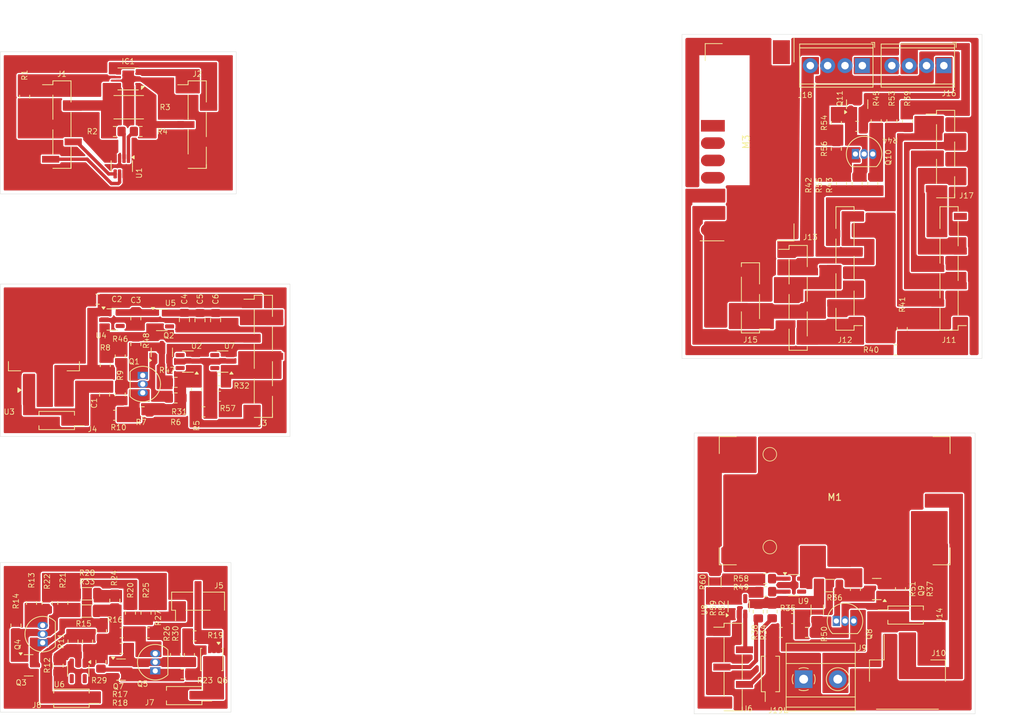
<source format=kicad_pcb>
(kicad_pcb (version 20241229) (generator "pcbnew") (generator_version "9.99")
  (layers (0 "F.Cu" signal) (2 "B.Cu" signal) (13 "F.Paste" user) (15 "B.Paste" user) (5 "F.SilkS" user "F.Silkscreen") (7 "B.SilkS" user "B.Silkscreen") (1 "F.Mask" user) (3 "B.Mask" user) (25 "Edge.Cuts" user))
  (net 0 "")
  (net 1 "Net-(IC1-SENSE+)")
  (net 2 "GND")
  (net 3 "Net-(IC1-SENSE-)")
  (net 4 "+3V3")
  (net 5 "Net-(U1-IN-)")
  (net 6 "Net-(U1-IN+)")
  (net 7 "Net-(IC1-SCL)")
  (net 8 "Net-(IC1-SDA)")
  (net 9 "Net-(J1-Pin_5)")
  (net 10 "Net-(J1-Pin_4)")
  (net 11 "+5V")
  (net 12 "/power_manager_bb/BALARM")
  (net 13 "+7.5V")
  (net 14 "Net-(Q1-B)")
  (net 15 "Net-(Q3-C)")
  (net 16 "Net-(Q3-B)")
  (net 18 "/power_switch_bbB/ONOFF")
  (net 19 "/power_switch_bbB/EN")
  (net 20 "/power_switch_bbB/RUNNING")
  (net 21 "/power_switch_bbB/VBUS")
  (net 22 "/power_switch_bbA/EN1")
  (net 23 "/power_switch_bbA/ONOFF")
  (net 24 "/power_switch_bbA/VBATT")
  (net 25 "GND2")
  (net 26 "+3V3_1")
  (net 27 "GND1")
  (net 28 "Net-(U4-VOUT)")
  (net 29 "Net-(Q1-E)")
  (net 30 "Net-(Q4-E)")
  (net 31 "Net-(Q5-C)")
  (net 32 "Net-(Q5-B)")
  (net 33 "Net-(Q5-E)")
  (net 34 "Net-(Q6-G)")
  (net 35 "Net-(U6-VDD)")
  (net 36 "Net-(U6-VOUT)")
  (net 37 "Net-(R21-Pad1)")
  (net 39 "Net-(R24-Pad1)")
  (net 40 "/battery_charger/VBUS1")
  (net 41 "GND3")
  (net 42 "+3V3_2")
  (net 43 "/battery_charger/EN2")
  (net 44 "Net-(J10-Pin_3)")
  (net 45 "Net-(J10-Pin_2)")
  (net 46 "/break_control/DCKI")
  (net 48 "/break_control/SDA")
  (net 49 "/break_control/SCL")
  (net 50 "/break_control/BALARM1")
  (net 51 "/break_control/RF SWITCH")
  (net 52 "/break_control/DI")
  (net 53 "/break_control/CHARGING1")
  (net 54 "GND4")
  (net 55 "/break_control/SERVO")
  (net 56 "/break_control/BUZZ")
  (net 57 "Net-(J12-Pin_6)")
  (net 58 "+5V_1")
  (net 59 "Net-(J14-Pin_2)")
  (net 60 "/battery_charger/CHARGED (GREEN)")
  (net 61 "/battery_charger/CHARGING (BLUE)")
  (net 62 "/break_control/BUTTON")
  (net 63 "/break_control/VEXT")
  (net 64 "/break_control/BUZZER")
  (net 65 "Net-(M1-Vin)")
  (net 66 "Net-(M1-LED)")
  (net 67 "Net-(Q1-C)")
  (net 68 "Net-(Q8-B)")
  (net 69 "Net-(Q8-C)")
  (net 70 "Net-(Q8-E)")
  (net 71 "Net-(Q10-C)")
  (net 72 "Net-(Q10-B)")
  (net 73 "Net-(Q10-E)")
  (net 74 "Net-(U2-VOUT)")
  (net 75 "Net-(U2-VDD)")
  (net 76 "Net-(R36-Pad1)")
  (net 77 "Net-(U9-EN)")
  (net 78 "Net-(U9-VDD)")
  (net 81 "+3V3_3")
  (net 82 "+7V5_1")
  (net 83 "Net-(U8-OUT)")
  (net 84 "/break_control/VBUS2")
  (net 87 "Net-(M3-D0)")
  (footprint "Resistor_SMD:R_0805_2012Metric_Pad1.20x1.40mm_HandSolder" (layer "F.Cu") (at 98.282 55.88 180)
    (property "Reference" "R4")
    (property "Value" "10" (hide yes))
  )
  (footprint "Resistor_SMD:R_0805_2012Metric_Pad1.20x1.40mm_HandSolder" (layer "F.Cu") (at 200.152 58.42 90)
    (property "Reference" "R56")
    (property "Value" "0R" (hide yes))
  )
  (footprint "Package_TO_SOT_THT:TO-92_Inline" (layer "F.Cu") (at 200.152 127.614)
    (property "Reference" "Q8")
    (property "Value" "BC337" (hide yes))
  )
  (footprint "Resistor_SMD:R_0805_2012Metric_Pad1.20x1.40mm_HandSolder" (layer "F.Cu") (at 109.758 92.39 180)
    (property "Reference" "R32")
    (property "Value" "10k" (hide yes))
  )
  (footprint "Capacitor_SMD:C_0805_2012Metric_Pad1.18x1.45mm_HandSolder" (layer "F.Cu") (at 106.964 83.5215 -90)
    (property "Reference" "C5")
    (property "Value" "22uF" (hide yes))
  )
  (footprint "Resistor_SMD:R_0805_2012Metric_Pad1.20x1.40mm_HandSolder" (layer "F.Cu") (at 106.456 93.66 -90)
    (property "Reference" "R5")
    (property "Value" "10k" (hide yes))
  )
  (footprint "Package_TO_SOT_SMD:SOT-23" (layer "F.Cu") (at 206.0725 122.936 180)
    (property "Reference" "Q9")
    (property "Value" "BC847" (hide yes))
  )
  (footprint "Resistor_SMD:R_1206_3216Metric" (layer "F.Cu") (at 199.136 122.428)
    (property "Reference" "R36")
    (property "Value" "0R" (hide yes))
  )
  (footprint "Resistor_SMD:R_0805_2012Metric_Pad1.20x1.40mm_HandSolder" (layer "F.Cu") (at 200.914 63.5 -90)
    (property "Reference" "R55")
    (property "Value" "4k2" (hide yes))
  )
  (footprint "Resistor_SMD:R_2512_6332Metric_Pad1.40x3.35mm_HandSolder" (layer "F.Cu") (at 96.52 52.324)
    (property "Reference" "R3")
    (property "Value" "001R" (hide yes))
  )
  (footprint "Resistor_SMD:R_0805_2012Metric_Pad1.20x1.40mm_HandSolder" (layer "F.Cu") (at 109.758 94.676)
    (property "Reference" "R57")
    (property "Value" "10k" (hide yes))
  )
  (footprint "Resistor_SMD:R_0805_2012Metric_Pad1.20x1.40mm_HandSolder" (layer "F.Cu") (at 88.366 130.611533 90)
    (property "Reference" "R11")
    (property "Value" "91k" (hide yes))
  )
  (footprint "Package_TO_SOT_SMD:SOT-23-5" (layer "F.Cu") (at 110.266 89.596 180)
    (property "Reference" "U7")
    (property "Value" "BD48ExxG" (hide yes))
  )
  (footprint "Resistor_SMD:R_0805_2012Metric_Pad1.20x1.40mm_HandSolder" (layer "F.Cu") (at 190.754 126.222 90)
    (property "Reference" "R52")
    (property "Value" "10k" (hide yes))
  )
  (footprint "Resistor_SMD:R_0805_2012Metric_Pad1.20x1.40mm_HandSolder" (layer "F.Cu") (at 106.172 129.794033 180)
    (property "Reference" "R19")
    (property "Value" "10k" (hide yes))
  )
  (footprint "Package_TO_SOT_SMD:SOT-23-5" (layer "F.Cu") (at 193.9345 122.362)
    (property "Reference" "U9")
    (property "Value" "MAX40200AUK" (hide yes))
  )
  (footprint "Resistor_SMD:R_0805_2012Metric_Pad1.20x1.40mm_HandSolder" (layer "F.Cu") (at 95.28 94.422 90)
    (property "Reference" "R9")
    (property "Value" "4k2" (hide yes))
  )
  (footprint "Package_TO_SOT_THT:TO-92_Inline" (layer "F.Cu") (at 98.582 91.628 -90)
    (property "Reference" "Q1")
    (property "Value" "BC337" (hide yes))
  )
  (footprint "Package_TO_SOT_SMD:SOT-23-5" (layer "F.Cu") (at 101.376 83.5)
    (property "Reference" "U5")
    (property "Value" "MAX40200AUK" (hide yes))
  )
  (footprint "Resistor_SMD:R_0805_2012Metric_Pad1.20x1.40mm_HandSolder" (layer "F.Cu") (at 209.804 84.82 -90)
    (property "Reference" "R41")
    (property "Value" "4k7" (hide yes))
  )
  (footprint "Connector_PinHeader_2.54mm:PinHeader_1x05_P2.54mm_Vertical_SMD_Pin1Left" (layer "F.Cu") (at 185.043 134.366)
    (property "Reference" "J6")
    (property "Value" "Conn_01x05" (hide yes))
  )
  (footprint "Resistor_SMD:R_0805_2012Metric_Pad1.20x1.40mm_HandSolder" (layer "F.Cu") (at 92.536 129.087533 -90)
    (property "Reference" "R16")
    (property "Value" "0R" (hide yes))
  )
  (footprint "Resistor_SMD:R_0805_2012Metric_Pad1.20x1.40mm_HandSolder" (layer "F.Cu") (at 203.2 63.5 90)
    (property "Reference" "R42")
    (property "Value" "4k2" (hide yes))
  )
  (footprint "Resistor_SMD:R_0805_2012Metric_Pad1.20x1.40mm_HandSolder" (layer "F.Cu") (at 94.488 124.622533 -90)
    (property "Reference" "R24")
    (property "Value" "0R" (hide yes))
  )
  (footprint "Resistor_SMD:R_0805_2012Metric_Pad1.20x1.40mm_HandSolder" (layer "F.Cu") (at 208.804 87.884 180)
    (property "Reference" "R40")
    (property "Value" "2k7" (hide yes))
  )
  (footprint "Resistor_SMD:R_0805_2012Metric_Pad1.20x1.40mm_HandSolder" (layer "F.Cu") (at 97.566 87.056 90)
    (property "Reference" "R48")
    (property "Value" "0R" (hide yes))
  )
  (footprint "Resistor_SMD:R_0805_2012Metric_Pad1.20x1.40mm_HandSolder" (layer "F.Cu") (at 86.868 124.968033 -90)
    (property "Reference" "R21")
    (property "Value" "4k2" (hide yes))
  )
  (footprint "Resistor_SMD:R_1206_3216Metric" (layer "F.Cu") (at 90.3625 126.162533)
    (property "Reference" "R33")
    (property "Value" "0R" (hide yes))
  )
  (footprint "Resistor_SMD:R_0805_2012Metric_Pad1.20x1.40mm_HandSolder" (layer "F.Cu") (at 193.802 127.254 180)
    (property "Reference" "R35")
    (property "Value" "4k2" (hide yes))
  )
  (footprint "Resistor_SMD:R_0805_2012Metric_Pad1.20x1.40mm_HandSolder" (layer "F.Cu") (at 205.994 54.356 -90)
    (property "Reference" "R45")
    (property "Value" "0R" (hide yes))
  )
  (footprint "Resistor_SMD:R_0805_2012Metric_Pad1.20x1.40mm_HandSolder" (layer "F.Cu") (at 94.48 55.88)
    (property "Reference" "R2")
    (property "Value" "10" (hide yes))
  )
  (footprint "chinese_modules:RF_controller" (layer "F.Cu") (at 187.452 57.404 90)
    (property "Reference" "M3")
    (property "Value" "~")
  )
  (footprint "Resistor_SMD:R_0805_2012Metric_Pad1.20x1.40mm_HandSolder" (layer "F.Cu") (at 90.504 130.611533 90)
    (property "Reference" "R15")
    (property "Value" "10k" (hide yes))
  )
  (footprint "Resistor_SMD:R_0805_2012Metric_Pad1.20x1.40mm_HandSolder" (layer "F.Cu") (at 105.41 132.588033 90)
    (property "Reference" "R30")
    (property "Value" "10k" (hide yes))
  )
  (footprint "Connector_PinHeader_2.54mm:PinHeader_2x01_P2.54mm_Vertical_SMD" (layer "F.Cu") (at 88.138 138.938033 180)
    (property "Reference" "J8")
    (property "Value" "Conn_01x02" (hide yes))
  )
  (footprint "Resistor_SMD:R_1206_3216Metric" (layer "F.Cu") (at 197.358 125.984 -90)
    (property "Reference" "R50")
    (property "Value" "0R" (hide yes))
  )
  (footprint "Resistor_SMD:R_0805_2012Metric_Pad1.20x1.40mm_HandSolder" (layer "F.Cu") (at 99.06 126.416533 90)
    (property "Reference" "R25")
    (property "Value" "0R" (hide yes))
  )
  (footprint "Resistor_SMD:R_0805_2012Metric_Pad1.20x1.40mm_HandSolder" (layer "F.Cu") (at 107.472 96.962)
    (property "Reference" "R31")
    (property "Value" "0R" (hide yes))
  )
  (footprint "Connector_PinHeader_2.54mm:PinHeader_1x03_P2.54mm_Vertical_SMD_Pin1Left" (layer "F.Cu") (at 106.68 124.714033 90)
    (property "Reference" "J5")
    (property "Value" "Conn_01x03" (hide yes))
  )
  (footprint "Resistor_SMD:R_0805_2012Metric_Pad1.20x1.40mm_HandSolder" (layer "F.Cu") (at 195.834 129.286)
    (property "Reference" "R34")
    (property "Value" "4k2" (hide yes))
  )
  (footprint "Capacitor_SMD:C_0805_2012Metric_Pad1.18x1.45mm_HandSolder" (layer "F.Cu") (at 109.25 83.5215 -90)
    (property "Reference" "C6")
    (property "Value" "22uF" (hide yes))
  )
  (footprint "Connector_PinHeader_2.54mm:PinHeader_1x06_P2.54mm_Vertical_SMD_Pin1Left" (layer "F.Cu") (at 194.564 80.264)
    (property "Reference" "J13")
    (property "Value" "Conn_01x06" (hide yes))
  )
  (footprint "Resistor_SMD:R_0805_2012Metric_Pad1.20x1.40mm_HandSolder" (layer "F.Cu") (at 82.296 124.968033 -90)
    (property "Reference" "R13")
    (property "Value" "0R" (hide yes))
  )
  (footprint "Resistor_SMD:R_0805_2012Metric_Pad1.20x1.40mm_HandSolder" (layer "F.Cu") (at 95.478 129.341533)
    (property "Reference" "R18")
    (property "Value" "4k2" (hide yes))
  )
  (footprint "Resistor_SMD:R_0805_2012Metric_Pad1.20x1.40mm_HandSolder" (layer "F.Cu") (at 86.186 134.167533 90)
    (property "Reference" "R12")
    (property "Value" "67k" (hide yes))
  )
  (footprint "Connector_PinHeader_2.54mm:PinHeader_1x05_P2.54mm_Vertical_SMD_Pin1Left" (layer "F.Cu") (at 86.745 54.864)
    (property "Reference" "J1")
    (property "Value" "Conn_01x05" (hide yes))
  )
  (footprint "Resistor_SMD:R_0805_2012Metric_Pad1.20x1.40mm_HandSolder" (layer "F.Cu") (at 209.55 122.936 -90)
    (property "Reference" "R37")
    (property "Value" "4k2" (hide yes))
  )
  (footprint "chinese_modules:USBC_charger" (layer "F.Cu") (at 199.912 109.982)
    (property "Reference" "M1")
    (property "Value" "~")
  )
  (footprint "Package_TO_SOT_SMD:TO-263-2" (layer "F.Cu") (at 84.104 86.131 90)
    (property "Reference" "U3")
    (property "Value" "L7805" (hide yes))
  )
  (footprint "Resistor_SMD:R_0805_2012Metric_Pad1.20x1.40mm_HandSolder" (layer "F.Cu") (at 192.024 129.286)
    (property "Reference" "R38")
    (property "Value" "0R" (hide yes))
  )
  (footprint "TerminalBlock_Phoenix:TerminalBlock_Phoenix_MPT-0,5-4-2.54_1x04_P2.54mm_Horizontal" (layer "F.Cu") (at 203.962 46.228 180)
    (property "Reference" "J18")
    (property "Value" "Screw_Terminal_01x04" (hide yes))
  )
  (footprint "Resistor_SMD:R_1206_3216Metric" (layer "F.Cu") (at 182.372 121.92 -90)
    (property "Reference" "R60")
    (property "Value" "0R" (hide yes))
  )
  (footprint "Package_DFN_QFN:DFN-8-1EP_3x3mm_P0.5mm_EP1.66x2.38mm" (layer "F.Cu") (at 96.435 48.173 180)
    (property "Reference" "IC1")
    (property "Value" "LTC2943IDD#TRPBF" (hide yes))
  )
  (footprint "TerminalBlock_Phoenix:TerminalBlock_Phoenix_MKDS-1,5-2_1x02_P5.00mm_Horizontal" (layer "F.Cu") (at 195.366 136.144)
    (property "Reference" "J9")
    (property "Value" "Screw_Terminal_01x02" (hide yes))
  )
  (footprint "Capacitor_SMD:C_0805_2012Metric_Pad1.18x1.45mm_HandSolder" (layer "F.Cu") (at 104.678 83.5 -90)
    (property "Reference" "C4")
    (property "Value" "22uF" (hide yes))
  )
  (footprint "Resistor_SMD:R_0805_2012Metric_Pad1.20x1.40mm_HandSolder" (layer "F.Cu") (at 210.566 54.356 -90)
    (property "Reference" "R39")
    (property "Value" "12k" (hide yes))
  )
  (footprint "Connector_PinHeader_2.54mm:PinHeader_1x05_P2.54mm_Vertical_SMD_Pin1Left" (layer "F.Cu") (at 216.154 59.182)
    (property "Reference" "J17")
    (property "Value" "Conn_01x05" (hide yes))
  )
  (footprint "TerminalBlock_Phoenix:TerminalBlock_Phoenix_MPT-0,5-4-2.54_1x04_P2.54mm_Horizontal" (layer "F.Cu") (at 215.9 46.228 180)
    (property "Reference" "J16")
    (property "Value" "Screw_Terminal_01x04" (hide yes))
  )
  (footprint "Resistor_SMD:R_1206_3216Metric" (layer "F.Cu") (at 90.424 123.622533)
    (property "Reference" "R28")
    (property "Value" "0R" (hide yes))
  )
  (footprint "Package_TO_SOT_SMD:SOT-23" (layer "F.Cu") (at 81.8665 134.112033)
    (property "Reference" "Q3")
    (property "Value" "BC847" (hide yes))
  )
  (footprint "Resistor_SMD:R_0805_2012Metric_Pad1.20x1.40mm_HandSolder" (layer "F.Cu") (at 200.152 54.626 -90)
    (property "Reference" "R54")
    (property "Value" "0R" (hide yes))
  )
  (footprint "Connector_PinHeader_2.54mm:PinHeader_1x04_P2.54mm_Vertical_SMD_Pin1Left" (layer "F.Cu") (at 187.575 80.264 180)
    (property "Reference" "J15")
    (property "Value" "Conn_01x04" (hide yes))
  )
  (footprint "Resistor_SMD:R_0805_2012Metric_Pad1.20x1.40mm_HandSolder" (layer "F.Cu") (at 104.394 135.382033)
    (property "Reference" "R23")
    (property "Value" "10k" (hide yes))
  )
  (footprint "Resistor_SMD:R_0805_2012Metric_Pad1.20x1.40mm_HandSolder" (layer "F.Cu") (at 84.582 124.968033 -90)
    (property "Reference" "R22")
    (property "Value" "4k2")
  )
  (footprint "Resistor_SMD:R_0805_2012Metric_Pad1.20x1.40mm_HandSolder" (layer "F.Cu") (at 94.518 97.47)
    (property "Reference" "R10")
    (property "Value" "0R" (hide yes))
  )
  (footprint "Capacitor_SMD:C_0805_2012Metric_Pad1.18x1.45mm_HandSolder" (layer "F.Cu") (at 97.566 83.246 -90)
    (property "Reference" "C3")
    (property "Value" "10uF" (hide yes))
  )
  (footprint "Connector_PinHeader_2.54mm:PinHeader_2x01_P2.54mm_Vertical_SMD" (layer "F.Cu") (at 85.979 98.232 180)
    (property "Reference" "J4")
    (property "Value" "Conn_01x02" (hide yes))
  )
  (footprint "Resistor_SMD:R_0805_2012Metric_Pad1.20x1.40mm_HandSolder" (layer "F.Cu") (at 202.946 122.936 -90)
    (property "Reference" "R51")
    (property "Value" "4k2" (hide yes))
  )
  (footprint "Package_TO_SOT_THT:TO-92_Inline" (layer "F.Cu") (at 83.926 130.810033 90)
    (property "Reference" "Q4")
    (property "Value" "BC337" (hide yes))
  )
  (footprint "Resistor_SMD:R_0805_2012Metric_Pad1.20x1.40mm_HandSolder" (layer "F.Cu") (at 81.288 50.784 90)
    (property "Reference" "R1")
    (property "Value" "10k" (hide yes))
  )
  (footprint "Package_TO_SOT_SMD:SOT-23-5" (layer "F.Cu") (at 105.186 89.596 180)
    (property "Reference" "U2")
    (property "Value" "BD48ExxG" (hide yes))
  )
  (footprint "Connector_PinSocket_2.54mm:PinSocket_1x07_P2.54mm_Vertical_SMD_Pin1Left" (layer "F.Cu") (at 216.662 75.946 180)
    (property "Reference" "J11")
    (property "Value" "Conn_01x07" (hide yes))
  )
  (footprint "Resistor_SMD:R_0805_2012Metric_Pad1.20x1.40mm_HandSolder" (layer "F.Cu") (at 103.408 92.644)
    (property "Reference" "R47")
    (property "Value" "0R" (hide yes))
  )
  (footprint "Package_TO_SOT_SMD:SOT-23" (layer "F.Cu") (at 101.376 88.2475 90)
    (property "Reference" "Q2")
    (property "Value" "BC847" (hide yes))
  )
  (footprint "Package_TO_SOT_SMD:SOT-23-5" (layer "F.Cu") (at 89.128 134.929533 -90)
    (property "Reference" "U6")
    (property "Value" "BD48ExxG" (hide yes))
  )
  (footprint "Resistor_SMD:R_0805_2012Metric_Pad1.20x1.40mm_HandSolder" (layer "F.Cu") (at 92.456 133.604033 -90)
    (property "Reference" "R29")
    (property "Value" "4k2" (hide yes))
  )
  (footprint "Connector_JST:JST_XH_S3B-XH-SM4-TB_1x03-1MP_P2.50mm_Horizontal" (layer "F.Cu") (at 210.566 135.128)
    (property "Reference" "J10")
    (property "Value" "Conn_01x03_MountingPin" (hide yes))
  )
  (footprint "Resistor_SMD:R_0805_2012Metric_Pad1.20x1.40mm_HandSolder" (layer "F.Cu") (at 189.754 123.317)
    (property "Reference" "R49")
    (property "Value" "10k" (hide yes))
  )
  (footprint "Resistor_SMD:R_0805_2012Metric_Pad1.20x1.40mm_HandSolder" (layer "F.Cu") (at 95.28 88.834 90)
    (property "Reference" "R46")
    (property "Value" "0R" (hide yes))
  )
  (footprint "Resistor_SMD:R_0805_2012Metric_Pad1.20x1.40mm_HandSolder" (layer "F.Cu") (at 103.378 132.588033 -90)
    (property "Reference" "R26")
    (property "Value" "4k2" (hide yes))
  )
  (footprint "Resistor_SMD:R_0805_2012Metric_Pad1.20x1.40mm_HandSolder" (layer "F.Cu") (at 205.486 63.5 90)
    (property "Reference" "R43")
    (property "Value" "4k2" (hide yes))
  )
  (footprint "Capacitor_SMD:C_0805_2012Metric_Pad1.18x1.45mm_HandSolder" (layer "F.Cu") (at 92.994 94.422 -90)
    (property "Reference" "C1")
    (property "Value" "0.1uF" (hide yes))
  )
  (footprint "Resistor_SMD:R_0805_2012Metric_Pad1.20x1.40mm_HandSolder" (layer "F.Cu") (at 189.738 121.412)
    (property "Reference" "R58")
    (property "Value" "200R" (hide yes))
  )
  (footprint "Capacitor_SMD:C_0805_2012Metric_Pad1.18x1.45mm_HandSolder" (layer "F.Cu") (at 91.978 80.452 180)
    (property "Reference" "C2")
    (property "Value" "0.1uF" (hide yes))
  )
  (footprint "Resistor_SMD:R_0805_2012Metric_Pad1.20x1.40mm_HandSolder" (layer "F.Cu") (at 95.478 131.627533)
    (property "Reference" "R17")
    (property "Value" "4k2" (hide yes))
  )
  (footprint "Package_TO_SOT_SMD:SOT-23-5" (layer "F.Cu") (at 185.8615 125.476 90)
    (property "Reference" "U8")
    (property "Value" "MAX40200AUK" (hide yes))
  )
  (footprint "Package_SO:Vishay_PowerPAK_1212-8_Single" (layer "F.Cu") (at 108.686 133.261033 -90)
    (property "Reference" "Q6")
    (property "Value" "SiS415DNT" (hide yes))
  )
  (footprint "Resistor_SMD:R_0805_2012Metric_Pad1.20x1.40mm_HandSolder" (layer "F.Cu") (at 80.01 128.270033 -90)
    (property "Reference" "R14")
    (property "Value" "4k2" (hide yes))
  )
  (footprint "Connector_PinHeader_2.54mm:PinHeader_2x01_P2.54mm_Vertical_SMD" (layer "F.Cu") (at 210.297 126.746)
    (property "Reference" "J14")
    (property "Value" "Conn_01x02" (hide yes))
  )
  (footprint "Package_TO_SOT_SMD:SOT-23-8" (layer "F.Cu") (at 95.512 60.96 -90)
    (property "Reference" "U1")
    (property "Value" "INA219BxDCN" (hide yes))
  )
  (footprint "Connector_PinHeader_2.54mm:PinHeader_1x07_P2.54mm_Vertical_SMD_Pin1Left" (layer "F.Cu") (at 116.239 88.834)
    (property "Reference" "J3")
    (property "Value" "Conn_01x07" (hide yes))
  )
  (footprint "Package_TO_SOT_THT:TO-92_Inline" (layer "F.Cu") (at 202.946 59.182)
    (property "Reference" "Q10")
    (property "Value" "BC337" (hide yes))
  )
  (footprint "Resistor_SMD:R_0805_2012Metric_Pad1.20x1.40mm_HandSolder" (layer "F.Cu") (at 203.2 55.118 180)
    (property "Reference" "R44")
    (property "Value" "4k2" (hide yes))
  )
  (footprint "Resistor_SMD:R_0805_2012Metric_Pad1.20x1.40mm_HandSolder" (layer "F.Cu") (at 208.28 54.372 90)
    (property "Reference" "R53")
    (property "Value" "4k7" (hide yes))
  )
  (footprint "Package_TO_SOT_SMD:SOT-23" (layer "F.Cu") (at 203.2 51.8785 90)
    (property "Reference" "Q11")
    (property "Value" "BC847" (hide yes))
  )
  (footprint "Package_TO_SOT_THT:TO-92_Inline" (layer "F.Cu") (at 100.41 134.929533 90)
    (property "Reference" "Q5")
    (property "Value" "BC337" (hide yes))
  )
  (footprint "Resistor_SMD:R_0805_2012Metric_Pad1.20x1.40mm_HandSolder" (layer "F.Cu") (at 96.774 126.416533 90)
    (property "Reference" "R20")
    (property "Value" "0R" (hide yes))
  )
  (footprint "Resistor_SMD:R_0805_2012Metric_Pad1.20x1.40mm_HandSolder" (layer "F.Cu") (at 99.33 129.341533 180)
    (property "Reference" "R27")
    (property "Value" "0R" (hide yes))
  )
  (footprint "Connector_PinHeader_2.54mm:PinHeader_2x01_P2.54mm_Vertical_SMD" (layer "F.Cu") (at 104.648 138.553033 180)
    (property "Reference" "J7")
    (property "Value" "Conn_01x02" (hide yes))
  )
  (footprint "Resistor_SMD:R_0805_2012Metric_Pad1.20x1.40mm_HandSolder" (layer "F.Cu") (at 98.582 96.962 180)
    (property "Reference" "R7")
    (property "Value" "0R" (hide yes))
  )
  (footprint "Connector_PinSocket_2.54mm:PinSocket_1x07_P2.54mm_Vertical_SMD_Pin1Left" (layer "F.Cu") (at 201.422 75.946 180)
    (property "Reference" "J12")
    (property "Value" "Conn_01x07" (hide yes))
  )
  (footprint "Package_TO_SOT_SMD:SOT-23" (layer "F.Cu") (at 95.3995 134.741533)
    (property "Reference" "Q7")
    (property "Value" "BC847" (hide yes))
  )
  (footprint "Connector_PinHeader_2.54mm:PinHeader_1x05_P2.54mm_Vertical_SMD_Pin1Left" (layer "F.Cu") (at 106.557 54.864)
    (property "Reference" "J2")
    (property "Value" "Conn_01x05" (hide yes))
  )
  (footprint "Resistor_SMD:R_0805_2012Metric_Pad1.20x1.40mm_HandSolder" (layer "F.Cu") (at 103.408 94.93 180)
    (property "Reference" "R6")
    (property "Value" "0R" (hide yes))
  )
  (footprint "Resistor_SMD:R_0805_2012Metric_Pad1.20x1.40mm_HandSolder" (layer "F.Cu") (at 188.722 126.238 -90)
    (property "Reference" "R59")
    (property "Value" "200R" (hide yes))
  )
  (footprint "Connector_PinHeader_2.54mm:PinHeader_2x01_P2.54mm_Vertical_SMD" (layer "F.Cu") (at 190.5 135.382 90)
    (property "Reference" "J19")
    (property "Value" "Conn_01x02" (hide yes))
  )
  (footprint "Package_TO_SOT_SMD:SOT-23-5" (layer "F.Cu") (at 94.1315 83.434)
    (property "Reference" "U4")
    (property "Value" "XC6220B331MR" (hide yes))
  )
  (footprint "Resistor_SMD:R_0805_2012Metric_Pad1.20x1.40mm_HandSolder" (layer "F.Cu") (at 93.091 90.12 -90)
    (property "Reference" "R8")
    (property "Value" "10k" (hide yes))
  )
  (gr_rect (start 77.724 44.196) (end 112.268 65.024) (stroke (width 0.05)) (fill no) (layer "Edge.Cuts"))
  (gr_rect (start 77.724 119.050533) (end 111.506 140.970033) (stroke (width 0.05)) (fill no) (layer "Edge.Cuts"))
  (gr_rect (start 179.324 100.076) (end 220.472 141.224) (stroke (width 0.05)) (fill no) (layer "Edge.Cuts"))
  (gr_rect (start 177.546 41.656) (end 221.488 89.154) (stroke (width 0.05)) (fill no) (layer "Edge.Cuts"))
  (gr_rect (start 77.724 78.232) (end 120.142 100.584) (stroke (width 0.05)) (fill no) (layer "Edge.Cuts"))
  (segment (start 97.835 47.923) (end 96.685 47.923) (width 0.25) (layer "F.Cu") (net 2))
  (segment (start 96.185 48.423) (end 96.435 48.173) (width 0.25) (layer "F.Cu") (net 2))
  (segment (start 97.835 48.423) (end 96.685 48.423) (width 0.25) (layer "F.Cu") (net 2))
  (segment (start 96.685 48.423) (end 96.435 48.173) (width 0.25) (layer "F.Cu") (net 2))
  (segment (start 95.035 48.423) (end 96.185 48.423) (width 0.25) (layer "F.Cu") (net 2))
  (segment (start 96.685 47.923) (end 96.435 48.173) (width 0.25) (layer "F.Cu") (net 2))
  (segment (start 95.035 48.423) (end 94.016 48.423) (width 0.25) (layer "F.Cu") (net 2))
  (segment (start 95.035 48.923) (end 93.833 48.923) (width 0.2) (layer "F.Cu") (net 3))
  (segment (start 93.833 48.923) (end 93.478 49.278) (width 0.2) (layer "F.Cu") (net 3))
  (segment (start 93.478 49.278) (end 93.478 52.324) (width 0.2) (layer "F.Cu") (net 3))
  (segment (start 95.837 59.8225) (end 95.837 56.237) (width 0.5) (layer "F.Cu") (net 5))
  (segment (start 95.837 56.237) (end 95.48 55.88) (width 0.5) (layer "F.Cu") (net 5))
  (segment (start 96.487 56.675) (end 97.282 55.88) (width 0.5) (layer "F.Cu") (net 6))
  (segment (start 96.487 59.8225) (end 96.487 56.675) (width 0.5) (layer "F.Cu") (net 6))
  (segment (start 97.835 47.423) (end 104.573 47.423) (width 0.25) (layer "F.Cu") (net 7))
  (segment (start 104.648 49.53) (end 104.902 49.784) (width 0.25) (layer "F.Cu") (net 7))
  (segment (start 104.573 47.423) (end 104.648 47.498) (width 0.25) (layer "F.Cu") (net 7))
  (segment (start 104.648 47.498) (end 104.648 49.53) (width 0.25) (layer "F.Cu") (net 7))
  (segment (start 93.988 63.5) (end 90.432 59.944) (width 0.5) (layer "F.Cu") (net 9))
  (segment (start 95.187 63.317) (end 95.004 63.5) (width 0.5) (layer "F.Cu") (net 9))
  (segment (start 90.432 59.944) (end 85.09 59.944) (width 0.5) (layer "F.Cu") (net 9))
  (segment (start 95.187 62.0975) (end 95.187 63.317) (width 0.5) (layer "F.Cu") (net 9))
  (segment (start 95.004 63.5) (end 93.988 63.5) (width 0.5) (layer "F.Cu") (net 9))
  (segment (start 88.908 57.404) (end 93.6015 62.0975) (width 0.5) (layer "F.Cu") (net 10))
  (segment (start 88.4 57.404) (end 88.908 57.404) (width 0.5) (layer "F.Cu") (net 10))
  (segment (start 93.6015 62.0975) (end 94.537 62.0975) (width 0.5) (layer "F.Cu") (net 10))
  (segment (start 95.035 47.923) (end 86.705 47.923) (width 0.25) (layer "F.Cu") (net 12))
  (segment (start 85.098 49.53) (end 84.713 49.53) (width 0.25) (layer "F.Cu") (net 12))
  (segment (start 86.705 47.923) (end 85.098 49.53) (width 0.25) (layer "F.Cu") (net 12))
  (segment (start 92.5935 134.741533) (end 92.456 134.604033) (width 0.6) (layer "F.Cu") (net 31))
  (segment (start 96.337 134.741533) (end 92.5935 134.741533) (width 0.6) (layer "F.Cu") (net 31))
  (segment (start 189.2935 128.7145) (end 190.754 127.254) (width 0.6) (layer "F.Cu") (net 42))
  (segment (start 189.2935 135.1915) (end 189.2935 128.7145) (width 0.6) (layer "F.Cu") (net 42))
  (segment (start 186.698 136.906) (end 187.579 136.906) (width 0.6) (layer "F.Cu") (net 42))
  (segment (start 190.754 127.254) (end 190.754 127.222) (width 0.6) (layer "F.Cu") (net 42))
  (segment (start 187.579 136.906) (end 189.2935 135.1915) (width 0.6) (layer "F.Cu") (net 42))
  (segment (start 186.8115 131.7125) (end 186.698 131.826) (width 0.6) (layer "F.Cu") (net 43))
  (segment (start 186.8115 126.6135) (end 186.8115 131.7125) (width 0.6) (layer "F.Cu") (net 43))
  (segment (start 183.388 134.366) (end 187.452 134.366) (width 0.6) (layer "F.Cu") (net 61))
  (segment (start 187.452 134.366) (end 188.403 133.415) (width 0.6) (layer "F.Cu") (net 61))
  (segment (start 188.403 127.557) (end 188.722 127.238) (width 0.6) (layer "F.Cu") (net 61))
  (segment (start 188.403 133.415) (end 188.403 127.557) (width 0.6) (layer "F.Cu") (net 61))
  (segment (start 190.759 123.312) (end 190.754 123.317) (width 0.6) (layer "F.Cu") (net 77))
  (segment (start 192.797 123.312) (end 190.759 123.312) (width 0.6) (layer "F.Cu") (net 77))
  (segment (start 192.797 121.412) (end 190.738 121.412) (width 0.6) (layer "F.Cu") (net 78))
  (zone (net 31) (net_name "Net-(Q5-C)") (layer "F.Cu") (priority 4) (connect_pads yes (clearance 0.2)) (min_thickness 0.25) (fill yes (thermal_gap 0.5) (thermal_bridge_width 0.5))
    (polygon (pts (xy 95.25 134.620033) (xy 104.648 134.620033) (xy 104.648 136.453533) (xy 95.25 136.453533)))
  )
  (zone (net 37) (net_name "Net-(R21-Pad1)") (layer "F.Cu") (priority 16) (connect_pads yes (clearance 0.2)) (min_thickness 0.25) (fill yes (thermal_gap 0.5) (thermal_bridge_width 0.5))
    (polygon (pts (xy 83.82 120.574533) (xy 83.82 124.892533) (xy 89.662 124.892533) (xy 89.662 121.590533) (xy 97.79 121.590533) (xy 97.79 126.238033) (xy 102.108 126.238033) (xy 102.108 120.574533)))
  )
  (zone (net 8) (net_name "Net-(IC1-SDA)") (layer "F.Cu") (priority 4) (connect_pads yes (clearance 0.2)) (min_thickness 0.25) (fill yes (thermal_gap 0.5) (thermal_bridge_width 0.5))
    (polygon (pts (xy 95.512 47.498) (xy 93.607 47.498) (xy 93.607 45.72) (xy 109.482 45.72) (xy 109.482 52.832) (xy 106.942 52.832) (xy 106.942 46.736) (xy 95.512 46.736)))
  )
  (zone (net 53) (net_name "/break_control/CHARGING1") (layer "F.Cu") (priority 57) (connect_pads yes (clearance 0.2)) (min_thickness 0.25) (fill yes (thermal_gap 0.5) (thermal_bridge_width 0.5))
    (polygon (pts (xy 197.612 75.438) (xy 200.914 75.438) (xy 200.914 77.724) (xy 200.914 78.994) (xy 195.326 78.994) (xy 195.326 81.026) (xy 191.008 81.026) (xy 191.008 77.216) (xy 197.612 77.216)))
  )
  (zone (net 15) (net_name "Net-(Q3-C)") (layer "F.Cu") (priority 20) (connect_pads yes (clearance 0.2)) (min_thickness 0.25) (fill yes (thermal_gap 0.5) (thermal_bridge_width 0.5))
    (polygon (pts (xy 97.79 121.590533) (xy 89.662 121.590533) (xy 89.662 127.254033) (xy 86.36 127.254033) (xy 86.36 129.032033) (xy 85.09 130.048033) (xy 82.042 130.048033) (xy 82.042 134.366033) (xy 83.566 134.366033) (xy 83.566 132.334033) (xy 87.376 129.476533) (xy 87.376 128.778033) (xy 91.44 128.778033) (xy 91.44 129.286033) (xy 93.472 129.286083) (xy 93.472 127.178533) (xy 91.186 127.178533) (xy 91.186 122.860533) (xy 95.758 122.860533) (xy 95.758 125.984033) (xy 97.79 125.984033)))
  )
  (zone (net 64) (net_name "/break_control/BUZZER") (layer "F.Cu") (priority 27) (connect_pads yes (clearance 0.2)) (min_thickness 0.25) (fill yes (thermal_gap 0.5) (thermal_bridge_width 0.5))
    (polygon (pts (xy 201.168 58.166) (xy 201.168 54.864) (xy 199.136 54.864) (xy 199.136 52.07) (xy 203.962 52.07) (xy 203.962 50.038) (xy 217.17 50.038) (xy 217.17 44.958) (xy 214.63 44.958) (xy 214.63 49.022) (xy 197.104 49.022) (xy 197.104 58.166)))
  )
  (zone (net 81) (net_name "+3V3_3") (layer "F.Cu") (priority 56) (connect_pads yes (clearance 0.2)) (min_thickness 0.25) (fill yes (thermal_gap 0.5) (thermal_bridge_width 0.5))
    (polygon (pts (xy 191.008 84.836) (xy 191.008 83.312) (xy 198.628 83.312) (xy 198.628 80.264) (xy 204.216 80.264) (xy 204.216 77.724) (xy 200.914 77.724) (xy 200.914 78.994) (xy 195.326 78.994) (xy 195.326 81.026) (xy 184.404 81.026) (xy 184.404 84.836)))
  )
  (zone (net 33) (net_name "Net-(Q5-E)") (layer "F.Cu") (priority 6) (connect_pads yes (clearance 0.2)) (min_thickness 0.25) (fill yes (thermal_gap 0.5) (thermal_bridge_width 0.5))
    (polygon (pts (xy 95.478 130.611533) (xy 95.478 128.325533) (xy 99.034 128.325533) (xy 99.034 130.611533) (xy 101.32 130.611533) (xy 101.32 132.897533) (xy 97.51 132.897533) (xy 97.51 130.611533)))
  )
  (zone (net 82) (net_name "+7V5_1") (layer "F.Cu") (priority 30) (connect_pads yes (clearance 0.2)) (min_thickness 0.25) (fill yes (thermal_gap 0.5) (thermal_bridge_width 0.5))
    (polygon (pts (xy 196.85 47.498) (xy 197.612 47.498) (xy 197.612 44.958) (xy 195.072 44.958) (xy 194.829441 71.882) (xy 191.516 71.882) (xy 191.516 74.422) (xy 196.85 74.422)))
  )
  (zone (net 13) (net_name "+7.5V") (layer "F.Cu") (priority 3) (connect_pads yes (clearance 0.2)) (min_thickness 0.25) (fill yes (thermal_gap 0.5) (thermal_bridge_width 0.5))
    (polygon (pts (xy 105.41 139.116533) (xy 105.41 137.846533) (xy 107.416 137.846533) (xy 107.416 132.766533) (xy 110.464 132.766533) (xy 110.49 139.116533)))
  )
  (zone (net 48) (net_name "/break_control/SDA") (layer "F.Cu") (priority 50) (connect_pads yes (clearance 0.2)) (min_thickness 0.25) (fill yes (thermal_gap 0.5) (thermal_bridge_width 0.5))
    (polygon (pts (xy 219.202 61.214) (xy 212.09 61.214) (xy 212.09 73.914) (xy 219.202 73.914) (xy 219.202 71.374) (xy 213.36 71.374) (xy 213.36 63.754) (xy 219.202 63.754)))
  )
  (zone (net 20) (net_name "/power_switch_bbB/RUNNING") (layer "F.Cu") (priority 6) (connect_pads yes (clearance 0.2)) (min_thickness 0.25) (fill yes (thermal_gap 0.5) (thermal_bridge_width 0.5))
    (polygon (pts (xy 93.756 85.278) (xy 99.09 85.278) (xy 99.09 84.008) (xy 103.154 84.008) (xy 103.154 85.532113) (xy 115.854 85.533058) (xy 115.854 86.801883) (xy 96.550006 86.801701) (xy 96.55 89.789) (xy 92.232 89.789) (xy 92.232 84.008) (xy 93.756 84.008)))
  )
  (zone (net 23) (net_name "/power_switch_bbA/ONOFF") (layer "F.Cu") (priority 20) (connect_pads yes (clearance 0.2)) (min_thickness 0.25) (fill yes (thermal_gap 0.5) (thermal_bridge_width 0.5))
    (polygon (pts (xy 87.376 128.778033) (xy 87.376 129.476533) (xy 83.566 132.334033) (xy 83.566 139.700033) (xy 92.456 139.700033) (xy 92.456 137.922033) (xy 85.344 137.922033) (xy 85.344 132.334033) (xy 87.376 130.810033) (xy 91.694 130.810033) (xy 91.694 128.778033)))
  )
  (zone (net 56) (net_name "/break_control/BUZZ") (layer "F.Cu") (priority 33) (connect_pads yes (clearance 0.2)) (min_thickness 0.25) (fill yes (thermal_gap 0.5) (thermal_bridge_width 0.5))
    (polygon (pts (xy 207.264 63.754) (xy 197.104 63.754) (xy 197.104 74.422) (xy 204.216 74.422) (xy 204.216 72.644) (xy 198.374 72.644) (xy 198.374 65.532) (xy 207.264 65.532)))
  )
  (zone (net 40) (net_name "/battery_charger/VBUS1") (layer "F.Cu") (priority 45) (connect_pads yes (clearance 0.2)) (min_thickness 0.25) (fill yes (thermal_gap 0.5) (thermal_bridge_width 0.5))
    (polygon (pts (xy 184.658 129.794) (xy 181.102 129.794) (xy 181.102 125.73) (xy 185.42 125.73) (xy 185.42 127.508) (xy 184.658 127.508)))
  )
  (zone (net 16) (net_name "Net-(Q3-B)") (layer "F.Cu") (priority 19) (connect_pads yes (clearance 0.2)) (min_thickness 0.25) (fill yes (thermal_gap 0.5) (thermal_bridge_width 0.5))
    (polygon (pts (xy 82.804 130.048033) (xy 82.804 133.604033) (xy 79.248 133.604033) (xy 79.248 128.778033) (xy 84.836 128.778033) (xy 84.836 124.968033) (xy 89.662 124.968033) (xy 89.662 127.254033) (xy 86.36 127.254033) (xy 86.36 130.048033)))
  )
  (zone (net 52) (net_name "/break_control/DI") (layer "F.Cu") (priority 48) (connect_pads yes (clearance 0.2)) (min_thickness 0.25) (fill yes (thermal_gap 0.5) (thermal_bridge_width 0.5))
    (polygon (pts (xy 215.9 56.134) (xy 215.9 57.404) (xy 210.058 57.404) (xy 210.058 78.994) (xy 219.202 78.994) (xy 219.202 76.454) (xy 211.074 76.454) (xy 211.074 58.674) (xy 219.202 58.674) (xy 219.202 56.134)))
  )
  (zone (net 55) (net_name "/break_control/SERVO") (layer "F.Cu") (priority 54) (connect_pads yes (clearance 0.2)) (min_thickness 0.25) (fill yes (thermal_gap 0.5) (thermal_bridge_width 0.5))
    (polygon (pts (xy 191.516 76.962) (xy 191.516 74.422) (xy 204.216 74.422) (xy 204.216 72.644) (xy 200.914 72.644) (xy 200.914 67.564) (xy 204.216 67.564) (xy 204.216 69.088) (xy 202.184 69.088) (xy 202.184 71.628) (xy 205.74 71.628) (xy 205.74 75.438) (xy 197.612 75.438) (xy 197.612 76.962)))
  )
  (zone (net 27) (net_name "GND1") (layer "F.Cu") (connect_pads yes (clearance 0.2)) (min_thickness 0.25) (fill yes (thermal_gap 0.5) (thermal_bridge_width 0.5))
    (polygon (pts (xy 77.724 119.050533) (xy 77.724 140.97) (xy 111.506 140.97218) (xy 111.506 119.050533)))
  )
  (zone (net 7) (net_name "Net-(IC1-SCL)") (layer "F.Cu") (priority 5) (connect_pads yes (clearance 0.2)) (min_thickness 0.25) (fill yes (thermal_gap 0.5) (thermal_bridge_width 0.5))
    (polygon (pts (xy 106.942 50.292) (xy 103.386 50.292) (xy 103.386 47.752) (xy 97.544 47.752) (xy 97.544 46.736) (xy 106.942 46.736)))
  )
  (zone (net 76) (net_name "Net-(R36-Pad1)") (layer "F.Cu") (priority 41) (connect_pads yes (clearance 0.2)) (min_thickness 0.25) (fill yes (thermal_gap 0.5) (thermal_bridge_width 0.5))
    (polygon (pts (xy 196.85 123.952) (xy 187.198 123.952) (xy 187.198 125.73) (xy 198.374 125.73) (xy 198.374 121.412) (xy 196.85 121.412)))
  )
  (zone (net 21) (net_name "/power_switch_bbB/VBUS") (layer "F.Cu") (priority 8) (connect_pads yes (clearance 0.2)) (min_thickness 0.25) (fill yes (thermal_gap 0.5) (thermal_bridge_width 0.5))
    (polygon (pts (xy 105.44 97.978) (xy 105.44 99.248) (xy 115.854 99.248) (xy 115.854 95.946) (xy 113.314 95.946) (xy 113.314 97.978) (xy 107.218 97.978) (xy 107.218 93.914) (xy 105.44 93.914)))
  )
  (zone (net 34) (net_name "Net-(Q6-G)") (layer "F.Cu") (priority 2) (connect_pads yes (clearance 0.2)) (min_thickness 0.25) (fill yes (thermal_gap 0.5) (thermal_bridge_width 0.5))
    (polygon (pts (xy 104.368 136.322533) (xy 107.924 136.322533) (xy 107.924 128.702533) (xy 104.368 128.702533)))
  )
  (zone (net 19) (net_name "/power_switch_bbB/EN") (layer "F.Cu") (priority 23) (connect_pads yes (clearance 0.2)) (min_thickness 0.25) (fill yes (thermal_gap 0.5) (thermal_bridge_width 0.5))
    (polygon (pts (xy 112.552 90.104) (xy 112.552 88.072) (xy 118.902 88.072) (xy 118.902 92.136) (xy 111.536 92.136) (xy 111.536 93.406) (xy 110.012 93.406) (xy 110.012 90.104)))
  )
  (zone (net 67) (net_name "Net-(Q1-C)") (layer "F.Cu") (priority 11) (connect_pads yes (clearance 0.2)) (min_thickness 0.25) (fill yes (thermal_gap 0.5) (thermal_bridge_width 0.5))
    (polygon (pts (xy 99.344 92.39) (xy 96.55 92.39) (xy 96.55 86.802) (xy 101.884 86.802) (xy 101.884 91.628) (xy 103.154 91.628) (xy 103.154 93.66) (xy 100.614 93.66) (xy 100.614 88.072) (xy 99.344 88.072)))
  )
  (zone (net 50) (net_name "/break_control/BALARM1") (layer "F.Cu") (priority 47) (connect_pads yes (clearance 0.2)) (min_thickness 0.25) (fill yes (thermal_gap 0.5) (thermal_bridge_width 0.5))
    (polygon (pts (xy 215.9 53.594) (xy 211.582 53.594) (xy 211.582 56.134) (xy 209.042 56.134) (xy 209.042 81.534) (xy 215.9 81.534) (xy 215.9 78.994) (xy 210.058 78.994) (xy 210.058 57.404) (xy 215.9 57.404) (xy 215.9 54.61)))
  )
  (zone (net 25) (net_name "GND2") (layer "F.Cu") (connect_pads yes (clearance 0.2)) (min_thickness 0.25) (fill yes (thermal_gap 0.5) (thermal_bridge_width 0.5))
    (polygon (pts (xy 77.724 78.232) (xy 120.142 78.232) (xy 120.142 100.584) (xy 77.724 100.584)))
  )
  (zone (net 54) (net_name "GND4") (layer "F.Cu") (connect_pads yes (clearance 0.2)) (min_thickness 0.5) (fill yes (thermal_gap 0.5) (thermal_bridge_width 0.5))
    (polygon (pts (xy 177.546 41.656) (xy 177.546 89.154) (xy 221.488 89.154) (xy 221.488 41.656)))
  )
  (zone (net 3) (net_name "Net-(IC1-SENSE-)") (layer "F.Cu") (priority 3) (connect_pads yes (clearance 0.2)) (min_thickness 0.25) (fill yes (thermal_gap 0.5) (thermal_bridge_width 0.5))
    (polygon (pts (xy 95.512 48.768) (xy 95.512 56.896) (xy 92.464 56.896) (xy 92.464 52.832) (xy 86.876 52.832) (xy 86.876 51.308) (xy 92.71 51.308) (xy 92.71 48.768)))
  )
  (zone (net 12) (net_name "/power_manager_bb/BALARM") (layer "F.Cu") (priority 2) (connect_pads yes (clearance 0.2)) (min_thickness 0.25) (fill yes (thermal_gap 0.5) (thermal_bridge_width 0.5))
    (polygon (pts (xy 80.272 50.8) (xy 92.972 50.8) (xy 92.972 48.768) (xy 95.512 48.768) (xy 95.512 47.498) (xy 80.272 47.498)))
  )
  (zone (net 70) (net_name "Net-(Q8-E)") (layer "F.Cu") (priority 39) (connect_pads yes (clearance 0.2)) (min_thickness 0.25) (fill yes (thermal_gap 0.5) (thermal_bridge_width 0.5))
    (polygon (pts (xy 202.184 125.984) (xy 202.184 130.302) (xy 194.056 130.302) (xy 194.056 125.73) (xy 192.024 125.73) (xy 192.024 132.08) (xy 204.47 132.08) (xy 204.47 125.984)))
  )
  (zone (net 83) (net_name "Net-(U8-OUT)") (layer "F.Cu") (priority 42) (connect_pads yes (clearance 0.2)) (min_thickness 0.25) (fill yes (thermal_gap 0.5) (thermal_bridge_width 0.5))
    (polygon (pts (xy 180.848 122.428) (xy 189.484 122.428) (xy 189.484 124.206) (xy 187.198 124.206) (xy 187.198 125.222) (xy 180.848 125.222)))
  )
  (zone (net 1) (net_name "Net-(IC1-SENSE+)") (layer "F.Cu") (priority 2) (connect_pads yes (clearance 0.2)) (min_thickness 0.25) (fill yes (thermal_gap 0.5) (thermal_bridge_width 0.5))
    (polygon (pts (xy 97.544 48.768) (xy 97.544 56.896) (xy 100.592 56.896) (xy 100.592 55.372) (xy 104.656 55.372) (xy 104.656 54.356) (xy 100.592 54.356) (xy 100.584 50.546) (xy 98.2044 48.768)))
  )
  (zone (net 22) (net_name "/power_switch_bbA/EN1") (layer "F.Cu") (priority 17) (connect_pads yes (clearance 0.2)) (min_thickness 0.25) (fill yes (thermal_gap 0.5) (thermal_bridge_width 0.5))
    (polygon (pts (xy 95.758 126.238033) (xy 95.758 128.194533) (xy 100.076 128.194533) (xy 100.076 127.686533) (xy 104.902 127.686533) (xy 104.902 124.714033) (xy 102.362 124.714033) (xy 102.362 126.238033)))
  )
  (zone (net 32) (net_name "Net-(Q5-B)") (layer "F.Cu") (priority 4) (connect_pads yes (clearance 0.2)) (min_thickness 0.25) (fill yes (thermal_gap 0.5) (thermal_bridge_width 0.5))
    (polygon (pts (xy 93.446 134.366033) (xy 106.4 134.366033) (xy 106.4 132.897533) (xy 97.51 132.897533) (xy 97.51 130.611533) (xy 95.478 130.611533) (xy 95.478 132.643533) (xy 93.446 132.643533)))
  )
  (zone (net 49) (net_name "/break_control/SCL") (layer "F.Cu") (priority 51) (connect_pads yes (clearance 0.2)) (min_thickness 0.25) (fill yes (thermal_gap 0.5) (thermal_bridge_width 0.5))
    (polygon (pts (xy 213.36 63.754) (xy 213.36 71.374) (xy 216.408 71.374) (xy 216.408 63.754)))
  )
  (zone (net 2) (net_name "GND") (layer "F.Cu") (connect_pads yes (clearance 0.2)) (min_thickness 0.25) (fill yes (thermal_gap 0.5) (thermal_bridge_width 0.5))
    (polygon (pts (xy 77.724 44.196) (xy 112.268 44.196) (xy 112.268 65.024) (xy 77.724 65.024)))
  )
  (zone (net 35) (net_name "Net-(U6-VDD)") (layer "F.Cu") (priority 19) (connect_pads yes (clearance 0.2)) (min_thickness 0.25) (fill yes (thermal_gap 0.5) (thermal_bridge_width 0.5))
    (polygon (pts (xy 85.344 130.810033) (xy 85.344 134.112033) (xy 87.376 134.112033) (xy 87.376 133.350033) (xy 88.646 133.350033) (xy 88.646 134.366033) (xy 89.662 134.366033) (xy 89.662 130.810033)))
  )
  (zone (net 36) (net_name "Net-(U6-VOUT)") (layer "F.Cu") (priority 14) (connect_pads yes (clearance 0.2)) (min_thickness 0.25) (fill yes (thermal_gap 0.5) (thermal_bridge_width 0.5))
    (polygon (pts (xy 89.636 134.366033) (xy 89.636 130.810033) (xy 91.694 130.810033) (xy 91.694 129.258283) (xy 93.466341 129.230621) (xy 93.472799 127.178533) (xy 91.186 127.178533) (xy 91.186 125.222033) (xy 95.478 125.222033) (xy 95.478 132.588033) (xy 93.446 132.588033) (xy 93.446 134.366033)))
  )
  (zone (net 39) (net_name "Net-(R24-Pad1)") (layer "F.Cu") (priority 18) (connect_pads yes (clearance 0.2)) (min_thickness 0.25) (fill yes (thermal_gap 0.5) (thermal_bridge_width 0.5))
    (polygon (pts (xy 91.186 122.860533) (xy 91.186 124.892533) (xy 95.758 124.892533) (xy 95.758 122.860533)))
  )
  (zone (net 58) (net_name "+5V_1") (layer "F.Cu") (priority 53) (connect_pads yes (clearance 0.2)) (min_thickness 0.25) (fill yes (thermal_gap 0.5) (thermal_bridge_width 0.5))
    (polygon (pts (xy 179.07 66.802) (xy 179.07 87.122) (xy 194.31 87.122) (xy 194.31 83.566) (xy 191.262 83.566) (xy 191.262 84.836) (xy 180.582455 84.836) (xy 180.594186 68.834) (xy 183.896 68.834) (xy 183.896 66.802)))
  )
  (zone (net 30) (net_name "Net-(Q4-E)") (layer "F.Cu") (priority 15) (connect_pads yes (clearance 0.2)) (min_thickness 0.25) (fill yes (thermal_gap 0.5) (thermal_bridge_width 0.5))
    (polygon (pts (xy 81.28 124.968033) (xy 85.344 124.968033) (xy 85.344 126.746033) (xy 84.836 126.746033) (xy 84.836 128.778033) (xy 81.28 128.778033)))
  )
  (zone (net 14) (net_name "Net-(Q1-B)") (layer "F.Cu") (priority 9) (connect_pads yes (clearance 0.2)) (min_thickness 0.25) (fill yes (thermal_gap 0.5) (thermal_bridge_width 0.5))
    (polygon (pts (xy 94.518 89.088) (xy 94.518 94.422) (xy 96.55 94.422) (xy 96.55 93.66) (xy 99.598 93.66) (xy 99.598 95.692) (xy 103.154 95.692) (xy 103.154 93.66) (xy 100.614 93.66) (xy 100.614 88.072) (xy 99.344 88.072) (xy 99.344 92.39) (xy 96.55 92.39) (xy 96.55 89.088)))
  )
  (zone (net 63) (net_name "/break_control/VEXT") (layer "F.Cu") (priority 29) (connect_pads yes (clearance 0.2)) (min_thickness 0.25) (fill yes (thermal_gap 0.5) (thermal_bridge_width 0.5))
    (polygon (pts (xy 202.692 44.958) (xy 202.692 47.498) (xy 209.296 47.498) (xy 209.296 44.958)))
  )
  (zone (net 69) (net_name "Net-(Q8-C)") (layer "F.Cu") (priority 37) (connect_pads yes (clearance 0.2)) (min_thickness 0.25) (fill yes (thermal_gap 0.5) (thermal_bridge_width 0.5))
    (polygon (pts (xy 199.644 122.682) (xy 204.216 122.682) (xy 204.216 122.428) (xy 205.994 122.428) (xy 205.994 124.968) (xy 200.914 124.968) (xy 200.914 128.524) (xy 199.644 128.524)))
  )
  (zone (net 72) (net_name "Net-(Q10-B)") (layer "F.Cu") (priority 26) (connect_pads yes (clearance 0.2)) (min_thickness 0.25) (fill yes (thermal_gap 0.5) (thermal_bridge_width 0.5))
    (polygon (pts (xy 199.136 54.61) (xy 199.136 52.07) (xy 203.2 52.07) (xy 203.2 56.388) (xy 204.724 56.388) (xy 204.724 63.246) (xy 202.438 63.246) (xy 202.438 60.452) (xy 203.708 60.452) (xy 203.708 58.166) (xy 201.422 58.166) (xy 201.422 54.61)))
  )
  (zone (net 18) (net_name "/power_switch_bbB/ONOFF") (layer "F.Cu") (priority 13) (connect_pads yes (clearance 0.2)) (min_thickness 0.25) (fill yes (thermal_gap 0.5) (thermal_bridge_width 0.5))
    (polygon (pts (xy 86.644 98.994) (xy 86.644 97.47) (xy 81.056 97.47) (xy 81.056 91.374) (xy 82.834 91.374) (xy 82.834 96.454) (xy 88.676 96.454) (xy 88.676 92.39) (xy 94.264 92.39) (xy 94.264 94.168) (xy 90.708 94.168) (xy 90.708 98.994)))
  )
  (zone (net 51) (net_name "/break_control/RF SWITCH") (layer "F.Cu") (priority 25) (connect_pads yes (clearance 0.2)) (min_thickness 0.25) (fill yes (thermal_gap 0.5) (thermal_bridge_width 0.5))
    (polygon (pts (xy 217.17 83.058) (xy 217.17 85.09) (xy 209.042 85.09) (xy 209.042 88.9) (xy 219.456 88.9) (xy 219.456 83.058)))
  )
  (zone (net 65) (net_name "Net-(M1-Vin)") (layer "F.Cu") (priority 43) (connect_pads yes (clearance 0.2)) (min_thickness 0.25) (fill yes (thermal_gap 0.5) (thermal_bridge_width 0.5))
    (polygon (pts (xy 179.832 120.904) (xy 183.388 120.904) (xy 183.388 105.918) (xy 188.468 105.918) (xy 188.468 100.076) (xy 179.832 100.076)))
  )
  (zone (net 74) (net_name "Net-(U2-VOUT)") (layer "F.Cu") (priority 22) (connect_pads yes (clearance 0.2)) (min_thickness 0.25) (fill yes (thermal_gap 0.5) (thermal_bridge_width 0.5))
    (polygon (pts (xy 98.328 95.692) (xy 98.328 97.47) (xy 104.932 97.47) (xy 104.932 93.406) (xy 107.218 93.406) (xy 107.218 90.104) (xy 103.154 90.104) (xy 103.154 95.692)))
  )
  (zone (net 62) (net_name "/break_control/BUTTON") (layer "F.Cu") (priority 28) (connect_pads yes (clearance 0.2)) (min_thickness 0.25) (fill yes (thermal_gap 0.5) (thermal_bridge_width 0.5))
    (polygon (pts (xy 209.55 47.498) (xy 212.09 47.498) (xy 212.09 43.942) (xy 218.44 43.942) (xy 218.44 51.308) (xy 209.55 51.308) (xy 209.55 54.102) (xy 211.582 54.102) (xy 211.582 53.594) (xy 219.71 53.594) (xy 219.71 42.926) (xy 209.55 42.926)))
  )
  (zone (net 45) (net_name "Net-(J10-Pin_2)") (layer "F.Cu") (priority 36) (connect_pads yes (clearance 0.2)) (min_thickness 0.25) (fill yes (thermal_gap 0.5) (thermal_bridge_width 0.5))
    (polygon (pts (xy 218.694 108.966) (xy 218.694 136.144) (xy 209.296 136.144) (xy 209.296 129.286) (xy 211.836 129.286) (xy 211.836 134.366) (xy 216.662 134.366) (xy 216.662 110.998) (xy 213.106 110.998) (xy 213.106 108.966)))
  )
  (zone (net 24) (net_name "/power_switch_bbA/VBATT") (layer "F.Cu") (priority 3) (connect_pads yes (clearance 0.2)) (min_thickness 0.25) (fill yes (thermal_gap 0.5) (thermal_bridge_width 0.5))
    (polygon (pts (xy 108.178 132.258533) (xy 110.21 132.258533) (xy 110.21 128.956533) (xy 107.188 128.956533) (xy 107.188 121.789033) (xy 106.172 121.789033) (xy 106.146699 130.988533) (xy 108.178 130.988533)))
  )
  (zone (net 41) (net_name "GND3") (layer "F.Cu") (connect_pads yes (clearance 0.2)) (min_thickness 0.5) (fill yes (thermal_gap 0.5) (thermal_bridge_width 0.5))
    (polygon (pts (xy 179.324 100.076) (xy 179.324 141.224) (xy 220.472 141.224) (xy 220.472 100.076)))
  )
  (zone (net 46) (net_name "/break_control/DCKI") (layer "F.Cu") (priority 49) (connect_pads yes (clearance 0.2)) (min_thickness 0.25) (fill yes (thermal_gap 0.5) (thermal_bridge_width 0.5))
    (polygon (pts (xy 211.074 58.674) (xy 211.074 76.454) (xy 215.9 76.454) (xy 215.9 73.914) (xy 212.09 73.914) (xy 212.09 61.214) (xy 215.9 61.214) (xy 215.9 58.674)))
  )
  (zone (net 59) (net_name "Net-(J14-Pin_2)") (layer "F.Cu") (priority 34) (connect_pads yes (clearance 0.2)) (min_thickness 0.25) (fill yes (thermal_gap 0.5) (thermal_bridge_width 0.5))
    (polygon (pts (xy 211.074 111.506) (xy 211.074 127.508) (xy 216.662 127.508) (xy 216.662 111.506)))
  )
  (zone (net 71) (net_name "Net-(Q10-C)") (layer "F.Cu") (priority 32) (connect_pads yes (clearance 0.2)) (min_thickness 0.25) (fill yes (thermal_gap 0.5) (thermal_bridge_width 0.5))
    (polygon (pts (xy 203.708 58.166) (xy 197.104 58.166) (xy 197.104 63.246) (xy 202.438 63.246) (xy 202.438 60.452) (xy 203.708 60.452)))
  )
  (zone (net 4) (net_name "+3V3") (layer "F.Cu") (priority 1) (connect_pads yes (clearance 0.2)) (min_thickness 0.25) (fill yes (thermal_gap 0.5) (thermal_bridge_width 0.5))
    (polygon (pts (xy 95.004 56.896) (xy 92.464 56.896) (xy 92.464 50.8) (xy 80.272 50.8) (xy 80.272 56.896) (xy 89.662 56.896) (xy 92.964 60.452) (xy 95.004 60.452)))
  )
  (zone (net 28) (net_name "Net-(U4-VOUT)") (layer "F.Cu") (priority 7) (connect_pads yes (clearance 0.2)) (min_thickness 0.25) (fill yes (thermal_gap 0.5) (thermal_bridge_width 0.5))
    (polygon (pts (xy 94.615 82.8865) (xy 94.615 81.6165) (xy 100.965 81.6165) (xy 100.965 82.8865)))
  )
  (zone (net 68) (net_name "Net-(Q8-B)") (layer "F.Cu") (priority 38) (connect_pads yes (clearance 0.2)) (min_thickness 0.25) (fill yes (thermal_gap 0.5) (thermal_bridge_width 0.5))
    (polygon (pts (xy 205.994 123.19) (xy 210.82 123.19) (xy 210.82 125.984) (xy 202.184 125.984) (xy 202.184 130.302) (xy 196.342 130.302) (xy 196.342 126.746) (xy 199.644 126.746) (xy 199.644 128.524) (xy 200.914 128.524) (xy 200.914 124.968) (xy 205.994 124.968)))
  )
  (zone (net 75) (net_name "Net-(U2-VDD)") (layer "F.Cu") (priority 10) (connect_pads yes (clearance 0.2)) (min_thickness 0.25) (fill yes (thermal_gap 0.5) (thermal_bridge_width 0.5))
    (polygon (pts (xy 103.154 89.088) (xy 103.154 90.104) (xy 107.472 90.104) (xy 107.472 97.978) (xy 109.504 97.978) (xy 109.504 90.866) (xy 108.488 90.866) (xy 108.488 90.104) (xy 112.298 90.104) (xy 112.298 89.088)))
  )
  (zone (net 87) (net_name "Net-(M3-D0)") (layer "F.Cu") (priority 52) (connect_pads yes (clearance 0.2)) (min_thickness 0.25) (fill yes (thermal_gap 0.5) (thermal_bridge_width 0.5))
    (polygon (pts (xy 177.8 64.262) (xy 183.896139 64.262) (xy 183.895565 66.294) (xy 179.07 66.294) (xy 179.07 87.122) (xy 208.534 87.122) (xy 208.534 88.9) (xy 177.8 88.9)))
  )
  (zone (net 84) (net_name "/break_control/VBUS2") (layer "F.Cu") (priority 55) (connect_pads yes (clearance 0.2)) (min_thickness 0.25) (fill yes (thermal_gap 0.5) (thermal_bridge_width 0.5))
    (polygon (pts (xy 194.31 83.312) (xy 194.31 87.122) (xy 204.216 87.122) (xy 204.216 83.058) (xy 201.93 83.058) (xy 201.93 83.312)))
  )
  (zone (net 57) (net_name "Net-(J12-Pin_6)") (layer "F.Cu") (priority 46) (connect_pads yes (clearance 0.2)) (min_thickness 0.25) (fill yes (thermal_gap 0.5) (thermal_bridge_width 0.5))
    (polygon (pts (xy 200.914 67.564) (xy 209.042 67.564) (xy 209.042 56.134) (xy 211.582 56.134) (xy 211.582 54.61) (xy 207.264 54.61) (xy 207.264 65.532) (xy 198.628 65.532) (xy 198.628 72.644) (xy 200.914 72.644)))
  )
  (zone (net 29) (net_name "Net-(Q1-E)") (layer "F.Cu") (priority 21) (connect_pads yes (clearance 0.2)) (min_thickness 0.25) (fill yes (thermal_gap 0.5) (thermal_bridge_width 0.5))
    (polygon (pts (xy 96.55 93.66) (xy 96.55 96.2) (xy 94.772 96.2) (xy 94.772 98.486) (xy 98.328 98.486) (xy 98.328 95.692) (xy 99.598 95.692) (xy 99.598 93.66)))
  )
  (zone (net 73) (net_name "Net-(Q10-E)") (layer "F.Cu") (priority 31) (connect_pads yes (clearance 0.2)) (min_thickness 0.25) (fill yes (thermal_gap 0.5) (thermal_bridge_width 0.5))
    (polygon (pts (xy 204.978 54.61) (xy 204.978 63.246) (xy 207.01 63.246) (xy 207.01 54.61)))
  )
  (zone (net 11) (net_name "+5V") (layer "F.Cu") (priority 12) (connect_pads yes (clearance 0.2)) (min_thickness 0.25) (fill yes (thermal_gap 0.5) (thermal_bridge_width 0.5))
    (polygon (pts (xy 90.454 90.104) (xy 90.454 81.722) (xy 91.978 81.722) (xy 91.978 79.69) (xy 116.108 79.69) (xy 116.108 81.976) (xy 113.06 81.976) (xy 113.06 81.722) (xy 94.01 81.722) (xy 94.01 82.992) (xy 91.978 82.992) (xy 91.978 90.104) (xy 94.518 90.104) (xy 94.518 92.39) (xy 88.676 92.39) (xy 88.676 96.2) (xy 85.628 96.2) (xy 85.628 90.104)))
  )
  (zone (net 44) (net_name "Net-(J10-Pin_3)") (layer "F.Cu") (priority 35) (connect_pads yes (clearance 0.2)) (min_thickness 0.25) (fill yes (thermal_gap 0.5) (thermal_bridge_width 0.5))
    (polygon (pts (xy 204.47 125.984) (xy 204.47 132.08) (xy 198.12 132.08) (xy 198.12 138.176) (xy 201.93 138.176) (xy 201.93 134.366) (xy 206.756 134.366) (xy 206.756 129.286) (xy 211.836 129.286) (xy 211.836 134.366) (xy 216.154 134.366) (xy 216.154 127.762) (xy 210.82 127.762) (xy 210.82 125.984)))
  )
  (zone (net 60) (net_name "/battery_charger/CHARGED (GREEN)") (layer "F.Cu") (priority 44) (connect_pads yes (clearance 0.2)) (min_thickness 0.25) (fill yes (thermal_gap 0.5) (thermal_bridge_width 0.5))
    (polygon (pts (xy 189.738 120.65) (xy 179.832 120.65) (xy 179.832 140.462) (xy 184.912 140.462) (xy 184.912 138.684) (xy 180.848 138.684) (xy 180.848 122.428) (xy 189.738 122.428)))
  )
  (zone (net 66) (net_name "Net-(M1-LED)") (layer "F.Cu") (priority 40) (connect_pads yes (clearance 0.2)) (min_thickness 0.25) (fill yes (thermal_gap 0.5) (thermal_bridge_width 0.5))
    (polygon (pts (xy 198.628 116.586) (xy 198.628 119.888) (xy 203.962 119.888) (xy 203.962 122.682) (xy 199.644 122.682) (xy 199.644 126.746) (xy 196.342 126.746) (xy 196.342 130.302) (xy 194.056 130.302) (xy 194.056 125.476) (xy 198.374 125.476) (xy 198.374 121.412) (xy 196.85 121.412) (xy 196.85 122.936) (xy 194.818 122.936) (xy 194.818 116.586)))
  )
  (zone (net 26) (net_name "+3V3_1") (layer "F.Cu") (priority 24) (connect_pads yes (clearance 0.2)) (min_thickness 0.25) (fill yes (thermal_gap 0.5) (thermal_bridge_width 0.5))
    (polygon (pts (xy 101.376 81.976) (xy 119.156 81.976) (xy 119.156 84.262) (xy 112.806 84.262) (xy 112.806 82.992) (xy 101.376 82.992)))
  )
  (zone (net 0) (net_name "") (layers "F.Cu" "Dwgs.User") (connect_pads (clearance 0)) (min_thickness 0.25)
    (keepout (tracks not_allowed) (vias not_allowed) (pads not_allowed) (copperpour not_allowed) (footprints allowed))
    (fill (thermal_gap 0.5) (thermal_bridge_width 0.5))
    (polygon (pts (xy 180.086 63.754) (xy 187.452 63.754) (xy 187.452 44.704) (xy 180.086 44.704)))
  )
)
</source>
